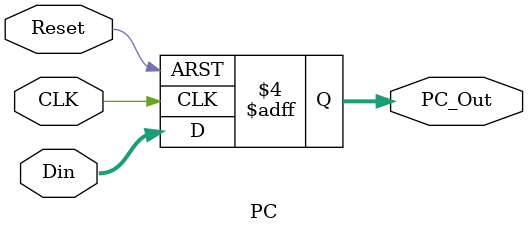
<source format=v>
`timescale 1ns / 1ps


module PC(
    input CLK, Reset,
    input [31:0] Din,
    output reg [31:0] PC_Out
);

    initial begin
        PC_Out <= 32'h00000000;
    end

    always@(posedge CLK, posedge Reset) begin
        if (Reset == 1) begin
            PC_Out <= 32'h00000000;
        end
        else begin
            PC_Out <= Din;
        end
    end
endmodule

</source>
